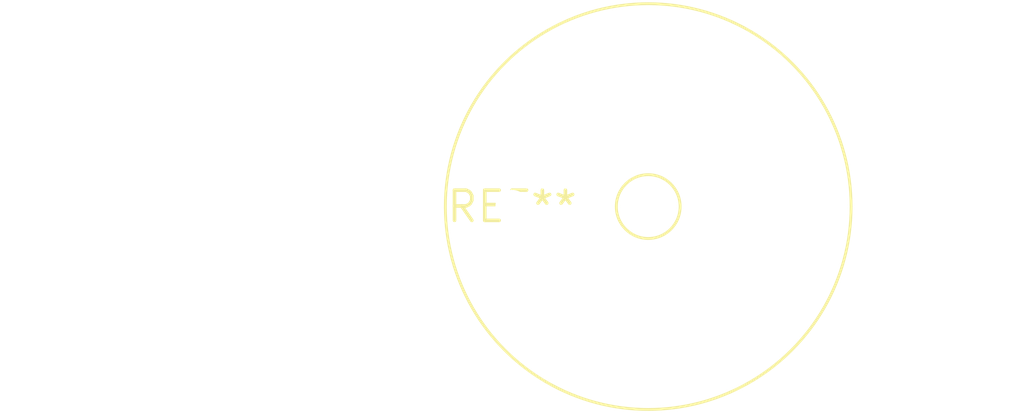
<source format=kicad_pcb>
(kicad_pcb (version 20240108) (generator pcbnew)
  (layers (0 "F.Cu" signal) (31 "B.Cu" signal) (34 "B.Paste" user) (35 "F.Paste" user) (36 "B.SilkS" user "B.Silkscreen") (37 "F.SilkS" user "F.Silkscreen") (38 "B.Mask" user) (39 "F.Mask" user) (44 "Edge.Cuts" user))
  (net 0 "")
  (footprint "L_Radial_D16.8mm_P11.43mm_Vishay_IHB-1" (layer "F.Cu") (at 0 0)
    (property "Reference" "REF**")
    (property "Value" "L_Radial_D16.8mm_P11.43mm_Vishay_IHB-1")
    (fp_circle (center 5.715 0) (end 7.055 0) (layer "F.SilkS") (stroke (width 0.12)) (fill none))
    (fp_circle (center 5.715 0) (end 14.235 0) (layer "F.SilkS") (stroke (width 0.12)) (fill none))
    (pad "1" thru_hole circle (at 0 0) (size 2.8 2.8) (drill 1.4) (layers *.Cu *.Mask) (remove_unused_layers))
    (pad "2" thru_hole circle (at 11.43 0) (size 2.8 2.8) (drill 1.4) (layers *.Cu *.Mask) (remove_unused_layers))
  )
)
</source>
